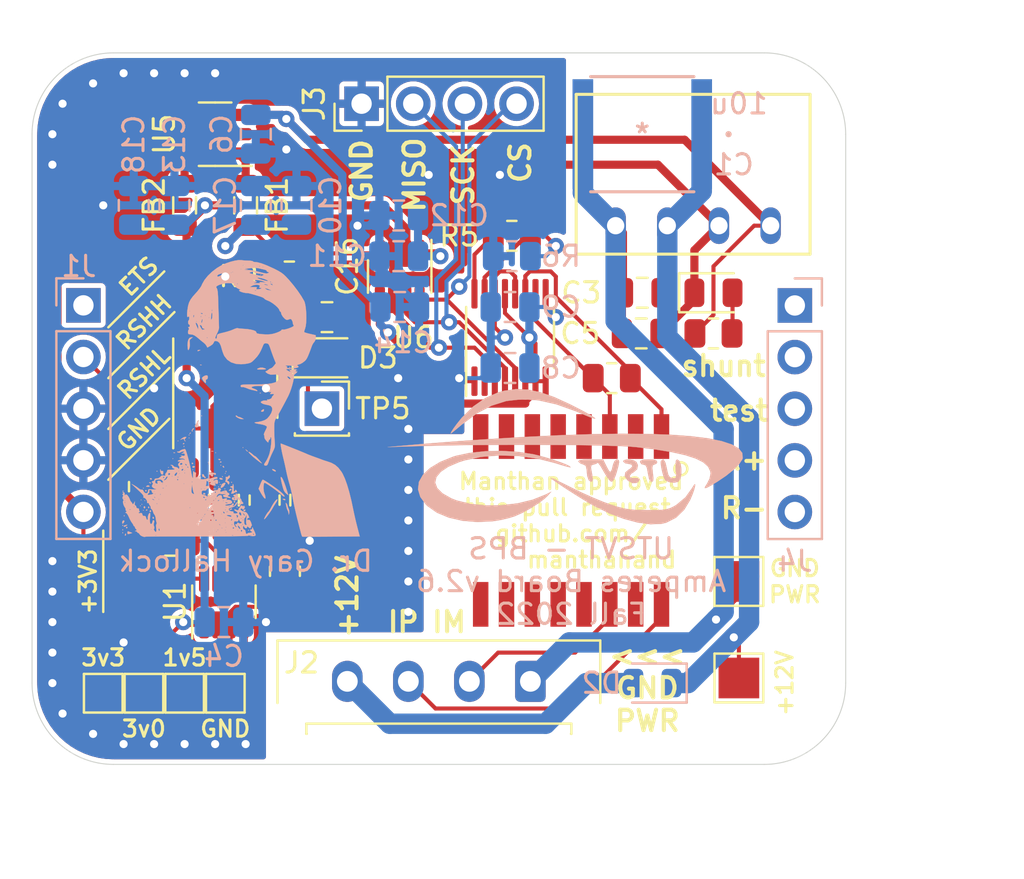
<source format=kicad_pcb>
(kicad_pcb (version 20211014) (generator pcbnew)
  (layers (0 "F.Cu" signal) (31 "B.Cu" signal) (34 "B.Paste" user) (35 "F.Paste" user) (36 "B.SilkS" user "B.Silkscreen") (37 "F.SilkS" user "F.Silkscreen") (38 "B.Mask" user) (39 "F.Mask" user) (44 "Edge.Cuts" user))
  (net 0 "")
  (net 1 "GNDPWR")
  (net 2 "+12V")
  (net 3 "GND")
  (net 4 "+3V3")
  (net 5 "/RSHH")
  (net 6 "Net-(J2-Pad3)")
  (net 7 "Net-(J2-Pad2)")
  (net 8 "/IM")
  (net 9 "/IP")
  (net 10 "Net-(R5-Pad2)")
  (net 11 "Net-(R5-Pad1)")
  (net 12 "/SCK")
  (net 13 "/CS")
  (net 14 "/MISO")
  (net 15 "+3V0")
  (net 16 "+1V5")
  (net 17 "Net-(C7-Pad1)")
  (net 18 "Net-(R7-Pad2)")
  (net 19 "Net-(C15-Pad2)")
  (net 20 "Net-(C15-Pad1)")
  (net 21 "/RSHL")
  (net 22 "Net-(C16-Pad1)")
  (net 23 "Net-(R9-Pad1)")
  (net 24 "/ETS")
  (net 26 "/MOSI")
  (net 35 "Net-(D1-Pad2)")
  (net 36 "Net-(FB1-Pad1)")
  (net 37 "Net-(FB2-Pad1)")
  (net 38 "/+12V_In")
  (net 39 "Net-(J1-Pad2)")
  (footprint "Resistor_SMD:R_0805_2012Metric" (layer "F.Cu") (at 126.4325 117 90)
    (fp_text reference "R8" hide)
    (fp_text value "10k")
  )
  (footprint "Resistor_SMD:R_0805_2012Metric" (layer "F.Cu") (at 127.4325 120.5 -90)
    (fp_text reference "R7" hide)
    (fp_text value "10k")
  )
  (footprint "Inductor_SMD:L_0805_2012Metric" (layer "F.Cu") (at 125.5 102.5 -90)
    (fp_text reference "FB1")
    (fp_text value "FerriteBead_Small")
  )
  (footprint "Package_SO:SOIC-8_3.9x4.9mm_P1.27mm" (layer "F.Cu") (at 124.5 111 90)
    (fp_text reference "U7" hide)
    (fp_text value "OPA2196")
  )
  (footprint "TestPoint:TestPoint_Pad_1.5x1.5mm" (layer "F.Cu") (at 122.5 126.5)
    (fp_text reference "TP6" hide)
    (fp_text value "+1V5_TP")
  )
  (footprint "Resistor_SMD:R_0805_2012Metric" (layer "F.Cu") (at 143.5 111 180)
    (fp_text reference "R4" hide)
    (fp_text value "120")
  )
  (footprint "TestPoint:TestPoint_Pad_2.0x2.0mm" (layer "F.Cu") (at 149.75 125.75)
    (fp_text reference "TP1" hide)
    (fp_text value "+12V_TP")
  )
  (footprint "Capacitor_SMD:C_0805_2012Metric" (layer "F.Cu") (at 145 106.8 180)
    (fp_text reference "C3")
    (fp_text value "1n")
  )
  (footprint "Inductor_SMD:L_0805_2012Metric" (layer "F.Cu") (at 122.5 102.5 -90)
    (fp_text reference "FB2")
    (fp_text value "FerriteBead_Small")
  )
  (footprint "Resistor_SMD:R_0805_2012Metric" (layer "F.Cu") (at 122.5 116.3375 90)
    (fp_text reference "R1" hide)
    (fp_text value "1.2k")
  )
  (footprint "Connector_Molex:Molex_Micro-Fit_3.0_43650-0415_1x04_P3.00mm_Vertical" (layer "F.Cu") (at 139.5 125.915 180)
    (fp_text reference "J2")
    (fp_text value "LeaderConn")
  )
  (footprint "Resistor_SMD:R_0805_2012Metric" (layer "F.Cu") (at 138.5875 104 180)
    (fp_text reference "R5")
    (fp_text value "806")
  )
  (footprint "TestPoint:TestPoint_Pad_2.0x2.0mm" (layer "F.Cu") (at 149.75 121)
    (fp_text reference "TP2" hide)
    (fp_text value "GNDPWR_TP")
  )
  (footprint "TestPoint:TestPoint_Pad_1.5x1.5mm" (layer "F.Cu") (at 124.5 126.5)
    (fp_text reference "TP4" hide)
    (fp_text value "GND_TP")
  )
  (footprint "Package_TO_SOT_SMD:SOT-23-8" (layer "F.Cu") (at 124.4325 122 90)
    (fp_text reference "U1")
    (fp_text value "INA186A3IDDFT ")
  )
  (footprint "UTSVT_ICs:RI3_DC_Converter" (layer "F.Cu") (at 147.5 103.5)
    (fp_text reference "U2" hide)
    (fp_text value "RO-123.3S_HP")
  )
  (footprint "Package_TO_SOT_SMD:SOT-23-8" (layer "F.Cu") (at 133.075 106 -90)
    (fp_text reference "U6")
    (fp_text value "LTC2315")
  )
  (footprint "Capacitor_SMD:C_0805_2012Metric" (layer "F.Cu") (at 144.95 108.8)
    (fp_text reference "C5")
    (fp_text value "2.2n")
  )
  (footprint "TestPoint:TestPoint_Pad_1.5x1.5mm" (layer "F.Cu") (at 120.5 126.5)
    (fp_text reference "TP7" hide)
    (fp_text value "+3V0_TP")
  )
  (footprint "Capacitor_SMD:C_0805_2012Metric" (layer "F.Cu") (at 124.4325 117 90)
    (fp_text reference "C15" hide)
    (fp_text value "1uF")
  )
  (footprint "Connector_PinHeader_2.54mm:PinHeader_1x04_P2.54mm_Vertical" (layer "F.Cu") (at 131.2 97.5 90)
    (fp_text reference "J3")
    (fp_text value "Conn_01x04")
  )
  (footprint "Capacitor_SMD:C_0805_2012Metric" (layer "F.Cu") (at 121.8 119 180)
    (fp_text reference "C2" hide)
    (fp_text value "2.2uF")
  )
  (footprint "Resistor_SMD:R_0805_2012Metric" (layer "F.Cu") (at 120.5 116.3375 90)
    (fp_text reference "R3" hide)
    (fp_text value "1.2k")
  )
  (footprint "LED_SMD:LED_0805_2012Metric" (layer "F.Cu") (at 148.5 106.8)
    (fp_text reference "D1" hide)
    (fp_text value "PowerOn")
  )
  (footprint "Package_SO:MSOP-16_3x4mm_P0.5mm" (layer "F.Cu") (at 138.5 109 90)
    (fp_text reference "U3" hide)
    (fp_text value "LTC6820")
  )
  (footprint "UTSVT_Passive:HXXXX" (layer "F.Cu") (at 141.5 118 180)
    (fp_text reference "U4" hide)
    (fp_text value "HX1188FNL" hide)
  )
  (footprint "Resistor_SMD:R_0805_2012Metric" (layer "F.Cu") (at 148.5 108.8)
    (fp_text reference "R2" hide)
    (fp_text value "1.5k")
  )
  (footprint "Package_TO_SOT_SMD:SOT-23-5" (layer "F.Cu") (at 124 99 180)
    (fp_text reference "U5")
    (fp_text value "REF1930AIDDCT")
  )
  (footprint "Connector_PinSocket_2.54mm:PinSocket_1x01_P2.54mm_Vertical" (layer "F.Cu") (at 129.25 112.5)
    (fp_text reference "TP5")
    (fp_text value "Ain_TP")
  )
  (footprint "TestPoint:TestPoint_Pad_1.5x1.5mm" (layer "F.Cu") (at 118.5 126.5)
    (fp_text reference "TP3" hide)
    (fp_text value "+3.3V_TP")
  )
  (footprint "Resistor_SMD:R_0805_2012Metric" (layer "F.Cu") (at 127.65 106)
    (fp_text reference "R9")
    (fp_text value "50")
  )
  (footprint "Capacitor_SMD:C_0805_2012Metric" (layer "F.Cu") (at 129.5 108)
    (fp_text reference "C16")
    (fp_text value "47pF")
  )
  (footprint "Diode_SMD:D_0805_2012Metric" (layer "F.Cu") (at 129.5 110)
    (fp_text reference "D3")
    (fp_text value "3.0V±0.05")
  )
  (footprint "Capacitor_SMD:C_0805_2012Metric" (layer "F.Cu") (at 128.4325 117 -90)
    (fp_text reference "C7" hide)
    (fp_text value "470nF")
  )
  (footprint "UTSVT_Special:Hallock_Image_Tiny" (layer "B.Cu") (at 125.75 111.819857 180)
    (fp_text reference "LOGO1" hide)
    (fp_text value "Dr Hallock" hide)
  )
  (footprint "UTSVT_Special:UTSVT_Logo_Symbol" (layer "B.Cu") (at 141.5 115 180)
    (fp_text reference "LOGO2" hide)
    (fp_text value "UTSVT Logo" hide)
  )
  (footprint "Capacitor_SMD:C_0805_2012Metric" (layer "B.Cu") (at 133.025 105 180)
    (fp_text reference "C11")
    (fp_text value "2.2uF")
  )
  (footprint "Capacitor_SMD:C_0805_2012Metric" (layer "B.Cu") (at 138.5 107.5 180)
    (fp_text reference "C9")
    (fp_text value "0.1u")
  )
  (footprint "UTSVT_Passive:C_2220_5750Metrix" (layer "B.Cu") (at 145 99 180)
    (fp_text reference "C1")
    (fp_text value "10u")
  )
  (footprint "Resistor_SMD:R_0805_2012Metric" (layer "B.Cu") (at 138.5875 105)
    (fp_text reference "R6")
    (fp_text value "1.21k")
  )
  (footprint "Capacitor_SMD:C_0805_2012Metric" (layer "B.Cu") (at 126 102.5 90)
    (fp_text reference "C17")
    (fp_text value "100nF")
  )
  (footprint "Capacitor_SMD:C_0805_2012Metric" (layer "B.Cu") (at 138.5 110.5 180)
    (fp_text reference "C8")
    (fp_text value "0.1u")
  )
  (footprint "Diode_SMD:D_0805_2012Metric" (layer "B.Cu") (at 145.5 126 180)
    (fp_text reference "D2")
    (fp_text value "D_Schottky")
  )
  (footprint "Capacitor_SMD:C_0805_2012Metric" (layer "B.Cu") (at 124.4325 123)
    (fp_text reference "C4")
    (fp_text value "1uF")
  )
  (footprint "Capacitor_SMD:C_0805_2012Metric" (layer "B.Cu") (at 133.075 107.5 180)
    (fp_text reference "C14")
    (fp_text value "2.2uF")
  )
  (footprint "Capacitor_SMD:C_0805_2012Metric" (layer "B.Cu") (at 133.025 103 180)
    (fp_text reference "C12")
    (fp_text value "2.2uF")
  )
  (footprint "Connector_PinSocket_2.54mm:PinSocket_1x05_P2.54mm_Vertical" (layer "B.Cu") (at 117.525 107.42 180)
    (fp_text reference "J1")
    (fp_text value "ShuntConn")
  )
  (footprint "Capacitor_SMD:C_0805_2012Metric" (layer "B.Cu") (at 128 102.5 90)
    (fp_text reference "C10")
    (fp_text value "1uF")
  )
  (footprint "Capacitor_SMD:C_0805_2012Metric" (layer "B.Cu") (at 120 102.5 90)
    (fp_text reference "C18")
    (fp_text value "1uF")
  )
  (footprint "Capacitor_SMD:C_0805_2012Metric" (layer "B.Cu") (at 126 99 -90)
    (fp_text reference "C6")
    (fp_text value "100nF")
  )
  (footprint "Connector_PinHeader_2.54mm:PinHeader_1x05_P2.54mm_Vertical" (layer "B.Cu") (at 152.5 107.425 180)
    (fp_text reference "J4")
    (fp_text value "Conn_01x05")
  )
  (footprint "Capacitor_SMD:C_0805_2012Metric" (layer "B.Cu") (at 122 102.5 90)
    (fp_text reference "C13")
    (fp_text value "100nF")
  )
  (gr_line (start 118.75 116) (end 121.75 113) (layer "F.SilkS") (width 0.12))
  (gr_line (start 118.75 113.5) (end 121.75 110.5) (layer "F.SilkS") (width 0.12))
  (gr_line (start 118.5 122.5) (end 118.5 118.5) (layer "F.SilkS") (width 0.12))
  (gr_line (start 118.75 108.5) (end 121.5 105.75) (layer "F.SilkS") (width 0.12))
  (gr_line (start 118.75 111) (end 122 107.75) (layer "F.SilkS") (width 0.12))
  (gr_line (start 155 99) (end 155 126) (layer "Edge.Cuts") (width 0.05))
  (gr_arc (start 155 126) (mid 153.828427 128.828427) (end 151 130) (layer "Edge.Cuts") (width 0.05))
  (gr_arc (start 115 99) (mid 116.171573 96.171573) (end 119 95) (layer "Edge.Cuts") (width 0.05))
  (gr_line (start 119 95) (end 151 95) (layer "Edge.Cuts") (width 0.05))
  (gr_arc (start 151 95) (mid 153.828427 96.171573) (end 155 99) (layer "Edge.Cuts") (width 0.05))
  (gr_line (start 151 130) (end 119 130) (layer "Edge.Cuts") (width 0.05))
  (gr_line (start 115 126) (end 115 99) (layer "Edge.Cuts") (width 0.05))
  (gr_arc (start 119 130) (mid 116.171573 128.828427) (end 115 126) (layer "Edge.Cuts") (width 0.05))
  (gr_text "UTSVT - BPS\nAmperes Board v2.6\nFall 2022" (at 141.5 121) (layer "B.SilkS") (effects (font (size 1 1)) (justify mirror)))
  (gr_text "Dr. Gary Hallock" (at 125.5 120) (layer "B.SilkS") (effects (font (size 1 1)) (justify mirror)))
  (gr_text "test" (at 149.75 112.6) (layer "F.SilkS") (effects (font (size 1 1) (thickness 0.2))))
  (gr_text "MISO" (at 133.8 101 90) (layer "F.SilkS") (effects (font (size 1 1) (thickness 0.2))))
  (gr_text "3v3\n" (at 118.5 124.75) (layer "F.SilkS") (effects (font (size 0.8 0.8))))
  (gr_text "CS" (at 139 100.4 90) (layer "F.SilkS") (effects (font (size 1 1) (thickness 0.2))))
  (gr_text "+12V" (at 152 126 90) (layer "F.SilkS") (effects (font (size 0.8 0.8))))
  (gr_text "IP" (at 133.25 123) (layer "F.SilkS") (effects (font (size 1 1) (thickness 0.2))))
  (gr_text "shunt\n" (at 149 110.4) (layer "F.SilkS") (effects (font (size 1 1) (thickness 0.2))))
  (gr_text "R-" (at 150 117.4) (layer "F.SilkS") (effects (font (size 1 1) (thickness 0.2))))
  (gr_text "ETS" (at 120.25 106 45) (layer "F.SilkS") (effects (font (size 0.8 0.8))))
  (gr_text "Manthan approved\nthis pull request.\ngithub.com/\n	manthanand" (at 141.5 118) (layer "F.SilkS") (effects (font (size 0.8 0.8))))
  (gr_text "GND" (at 124.5 128.25) (layer "F.SilkS") (effects (font (size 0.8 0.8))))
  (gr_text "GND" (at 120.25 113.5 45) (layer "F.SilkS") (effects (font (size 0.8 0.8))))
  (gr_text "GND" (at 131.2 100.8 90) (layer "F.SilkS") (effects (font (size 1 1) (thickness 0.2))))
  (gr_text "IM" (at 135.5 123) (layer "F.SilkS") (effects (font (size 1 1) (thickness 0.2))))
  (gr_text "RSHL" (at 120.5 110.75 45) (layer "F.SilkS") (effects (font (size 0.8 0.8))))
  (gr_text "GND\nPWR" (at 152.5 121) (layer "F.SilkS") (effects (font (size 0.8 0.8))))
  (gr_text "3v0" (at 120.5 128.25) (layer "F.SilkS") (effects (font (size 0.8 0.8))))
  (gr_text "1v5" (at 122.5 124.75) (layer "F.SilkS") (effects (font (size 0.8 0.8))))
  (gr_text "<<<\nGND\nPWR" (at 145.25 126.25) (layer "F.SilkS") (effects (font (size 1 1) (thickness 0.2))))
  (gr_text "RSHH" (at 120.5 108.25 45) (layer "F.SilkS") (effects (font (size 0.8 0.8))))
  (gr_text "SCK" (at 136.2 101 90) (layer "F.SilkS") (effects (font (size 1 1) (thickness 0.2))))
  (gr_text "R+" (at 150 115) (layer "F.SilkS") (effects (font (size 1 1) (thickness 0.2))))
  (gr_text "+12V" (at 130.5 121.75 90) (layer "F.SilkS") (effects (font (size 1 1) (thickness 0.2))))
  (gr_text "+3V3" (at 117.75 121 90) (layer "F.SilkS") (effects (font (size 0.8 0.8))))
  (segment (start 144.05 103.86) (end 143.69 103.5) (width 0.4) (layer "F.Cu") (net 1))
  (segment (start 144 106.85) (end 144.05 106.8) (width 0.4) (layer "F.Cu") (net 1))
  (segment (start 149.75 121) (end 149.75 121.75) (width 0.2) (layer "F.Cu") (net 1))
  (segment (start 144.05 106.8) (end 144.05 103.86) (width 0.4) (layer "F.Cu") (net 1))
  (segment (start 149.75 121.75) (end 148.625 122.875) (width 0.2) (layer "F.Cu") (net 1))
  (segment (start 144 108.8) (end 144 106.85) (width 0.4) (layer "F.Cu") (net 1))
  (via (at 148.625 122.875) (size 0.8) (drill 0.4) (layers "F.Cu" "B.Cu") (net 1))
  (segment (start 142.079 101.889) (end 142.079 99) (width 1) (layer "B.Cu") (net 1))
  (segment (start 141.415 124) (end 147.5 124) (width 1) (layer "B.Cu") (net 1))
  (segment (start 148.625 122.875) (end 149 122.5) (width 1) (layer "B.Cu") (net 1))
  (segment (start 149 113.5) (end 143.69 108.19) (width 1) (layer "B.Cu") (net 1))
  (segment (start 147.5 124) (end 148.625 122.875) (width 1) (layer "B.Cu") (net 1))
  (segment (start 149 120.75) (end 149 113.5) (width 1) (layer "B.Cu") (net 1))
  (segment (start 149 122.5) (end 149 120.75) (width 1) (layer "B.Cu") (net 1))
  (segment (start 143.69 108.19) (end 143.69 103.5) (width 1) (layer "B.Cu") (net 1))
  (segment (start 139.5 125.915) (end 141.415 124) (width 1) (layer "B.Cu") (net 1))
  (segment (start 143.69 103.5) (end 142.079 101.889) (width 1) (layer "B.Cu") (net 1))
  (segment (start 149.75 124) (end 149.5 123.75) (width 0.2) (layer "F.Cu") (net 2))
  (segment (start 145.95 106.8) (end 145.95 103.78) (width 0.4) (layer "F.Cu") (net 2))
  (segment (start 145.95 103.78) (end 146.23 103.5) (width 0.4) (layer "F.Cu") (net 2))
  (segment (start 149.75 125.75) (end 149.75 124) (width 0.2) (layer "F.Cu") (net 2))
  (via (at 149.5 123.75) (size 0.8) (drill 0.4) (layers "F.Cu" "B.Cu") (net 2))
  (segment (start 150.25 113) (end 146.23 108.98) (width 1) (layer "B.Cu") (net 2))
  (segment (start 146.23 103.5) (end 147.921 101.809) (width 1) (layer "B.Cu") (net 2))
  (segment (start 146.23 108.98) (end 146.23 103.5) (width 1) (layer "B.Cu") (net 2))
  (segment (start 147.25 126) (end 149.5 123.75) (width 1) (layer "B.Cu") (net 2))
  (segment (start 149.5 123.75) (end 150.25 123) (width 1) (layer "B.Cu") (net 2))
  (segment (start 147.921 101.809) (end 147.921 99) (width 1) (layer "B.Cu") (net 2))
  (segment (start 150.25 120.75) (end 150.25 113) (width 1) (layer "B.Cu") (net 2))
  (segment (start 146.4375 126) (end 147.25 126) (width 1) (layer "B.Cu") (net 2))
  (segment (start 150.25 123) (end 150.25 120.75) (width 1) (layer "B.Cu") (net 2))
  (segment (start 138.5 105.75) (end 138.75 106) (width 0.2) (layer "F.Cu") (net 3))
  (segment (start 136.15 111.15) (end 136 111) (width 0.2) (layer "F.Cu") (net 3))
  (segment (start 125.1375 99) (end 126.75 99) (width 0.4) (layer "F.Cu") (net 3))
  (segment (start 126.75 99) (end 127.5 99.75) (width 0.4) (layer "F.Cu") (net 3))
  (segment (start 147.5625 104.7075) (end 148.77 103.5) (width 0.4) (layer "F.Cu") (net 3))
  (segment (start 137.75 106.85) (end 137.75 106) (width 0.2) (layer "F.Cu") (net 3))
  (segment (start 137.75 108.5) (end 138.25 109) (width 0.2) (layer "F.Cu") (net 3))
  (segment (start 136.75 111.15) (end 136.15 111.15) (width 0.2) (layer "F.Cu") (net 3))
  (segment (start 148.77 103.5) (end 145.77 100.5) (width 0.4) (layer "F.Cu") (net 3))
  (segment (start 126.3625 123.1375) (end 126.5 123) (width 0.2) (layer "F.Cu") (net 3))
  (segment (start 132.75 104.8625) (end 132.75 104.210775) (width 0.4) (layer "F.Cu") (net 3))
  (segment (start 132.75 104.210775) (end 132.039225 103.5) (width 0.4) (layer "F.Cu") (net 3))
  (segment (start 137.75 106.85) (end 137.75 108.5) (width 0.2) (layer "F.Cu") (net 3))
  (segment (start 138.75 106) (end 138.75 106.85) (width 0.2) (layer "F.Cu") (net 3))
  (segment (start 147.5625 107.1375) (end 145.9 108.8) (width 0.4) (layer "F.Cu") (net 3))
  (segment (start 132.039225 103.5) (end 131 103.5) (width 0.4) (layer "F.Cu") (net 3))
  (segment (start 145.77 100.5) (end 140.5 100.5) (width 0.4) (layer "F.Cu") (net 3))
  (segment (start 125.4075 123.1375) (end 126.3625 123.1375) (width 0.2) (layer "F.Cu") (net 3))
  (segment (start 138 105.75) (end 138.5 105.75) (width 0.2) (layer "F.Cu") (net 3))
  (segment (start 147.5625 104.7075) (end 147.5625 106.8) (width 0.4) (layer "F.Cu") (net 3))
  (segment (start 137.75 106) (end 138 105.75) (width 0.2) (layer "F.Cu") (net 3))
  (segment (start 147.5625 106.8) (end 147.5625 107.1375) (width 0.4) (layer "F.Cu") (net 3))
  (via (at 121 129) (size 0.8) (drill 0.4) (layers "F.Cu" "B.Cu") (net 3))
  (via (at 121 96) (size 0.8) (drill 0.4) (layers "F.Cu" "B.Cu") (net 3))
  (via (at 133.5 116.5) (size 0.8) (drill 0.4) (layers "F.Cu" "B.Cu") (net 3))
  (via (at 119.5 96) (size 0.8) (drill 0.4) (layers "F.Cu" "B.Cu") (net 3))
  (via (at 125.5 129) (size 0.8) (drill 0.4) (layers "F.Cu" "B.Cu") (net 3))
  (via (at 133.5 122.5) (size 0.8) (drill 0.4) (layers "F.Cu" "B.Cu") (net 3))
  (via (at 134.5 101) (size 0.8) (drill 0.4) (layers "F.Cu" "B.Cu") (net 3))
  (via (at 133.5 119.5) (size 0.8) (drill 0.4) (layers "F.Cu" "B.Cu") (net 3))
  (via (at 133.5 118) (size 0.8) (drill 0.4) (layers "F.Cu" "B.Cu") (net 3))
  (via (at 119.5 124) (size 0.8) (drill 0.4) (layers "F.Cu" "B.Cu") (net 3))
  (via (at 116 126) (size 0.8) (drill 0.4) (layers "F.Cu" "B.Cu") (net 3))
  (via (at 116 124.5) (size 0.8) (drill 0.4) (layers "F.Cu" "B.Cu") (net 3))
  (via (at 116.5 97.5) (size 0.8) (drill 0.4) (layers "F.Cu" "B.Cu") (net 3))
  (via (at 133 111) (size 0.8) (drill 0.4) (layers "F.Cu" "B.Cu") (net 3))
  (via (at 119.5 129) (size 0.8) (drill 0.4) (layers "F.Cu" "B.Cu") (net 3))
  (via (at 124 129) (size 0.8) (drill 0.4) (layers "F.Cu" "B.Cu") (net 3))
  (via (at 116 123) (size 0.8) (drill 0.4) (layers "F.Cu" "B.Cu") (net 3))
  (via (at 127.5 99.75) (size 0.8) (drill 0.4) (layers "F.Cu" "B.Cu") (net 3))
  (via (at 118 96.5) (size 0.8) (drill 0.4) (layers "F.Cu" "B.Cu") (net 3))
  (via (at 138 101) (size 0.8) (drill 0.4) (layers "F.Cu" "B.Cu") (net 3))
  (via (at 133.5 113.5) (size 0.8) (drill 0.4) (layers "F.Cu" "B.Cu") (net 3))
  (via (at 122.5 129) (size 0.8) (drill 0.4) (layers "F.Cu" "B.Cu") (net 3))
  (via (at 131 103.5) (size 0.8) (drill 0.4) (layers "F.Cu" "B.Cu") (net 3))
  (via (at 118 128.5) (size 0.8) (drill 0.4) (layers "F.Cu" "B.Cu") (net 3))
  (via (at 122.5 96) (size 0.8) (drill 0.4) (layers "F.Cu" "B.Cu") (net 3))
  (via (at 138.25 109) (size 0.8) (drill 0.4) (layers "F.Cu" "B.Cu") (net 3))
  (via (at 118.5 102.5) (size 0.8) (drill 0.4) (layers "F.Cu" "B.Cu") (net 3))
  (via (at 116 120) (size 0.8) (drill 0.4) (layers "F.Cu" "B.Cu") (net 3))
  (via (at 124 96) (size 0.8) (drill 0.4) (layers "F.Cu" "B.Cu") (net 3))
  (via (at 128.65 119) (size 0.8) (drill 0.4) (layers "F.Cu" "B.Cu") (net 3))
  (via (at 126.5 111.5) (size 0.8) (drill 0.4) (layers "F.Cu" "B.Cu") (net 3))
  (via (at 133.5 121) (size 0.8) (drill 0.4) (layers "F.Cu" "B.Cu") (net 3))
  (via (at 133.5 115) (size 0.8) (drill 0.4) (layers "F.Cu" "B.Cu") (net 3))
  (via (at 116.5 127.5) (size 0.8) (drill 0.4) (layers "F.Cu" "B.Cu") (net 3))
  (via (at 121 111.5) (size 0.8) (drill 0.4) (layers "F.Cu" "B.Cu") (net 3))
  (via (at 116 100.5) (size 0.8) (drill 0.4) (layers "F.Cu" "B.Cu") (net 3))
  (via (at 126.5 123) (size 0.8) (drill 0.4) (layers "F.Cu" "B.Cu") (net 3))
  (via (at 116 121.5) (size 0.8) (drill 0.4) (layers "F.Cu" "B.Cu") (net 3))
  (via (at 136 111) (size 0.8) (drill 0.4) (layers "F.Cu" "B.Cu") (net 3))
  (via (at 116 99) (size 0.8) (drill 0.4) (layers "F.Cu" "B.Cu") (net 3))
  (via (at 124.5 106) (size 0.8) (drill 0.4) (layers "F.Cu" "B.Cu") (net 3))
  (segment (start 132.075 105.55) (end 134.025 107.5) (width 0.4) (layer "B.Cu") (net 3))
  (segment (start 137.675 105) (end 137.675 107.375) (width 0.4) (layer "B.Cu") (net 3))
  (segment (start 131 103.5) (end 131.575 103.5) (width 0.4) (layer "B.Cu") (net 3))
  (segment (start 132.075 103) (end 132.075 105) (width 0.4) (layer "B.Cu") (net 3))
  (segment (start 126.5 123) (end 125.3825 123) (width 0.2) (layer "B.Cu") (net 3))
  (segment (start 137.6 109) (end 137.55 108.95) (width 0.2) (layer "B.Cu") (net 3))
  (segment (start 138.25 109) (end 137.6 109) (width 0.2) (layer "B.Cu") (net 3))
  (segment (start 137.675 107.375) (end 137.55 107.5) (width 0.4) (layer "B.Cu") (net 3))
  (segment (start 136 111) (end 137.05 111) (width 0.2) (layer "B.Cu") (net 3))
  (segment (start 137.05 111) (end 137.55 110.5) (width 0.2) (layer "B.Cu") (net 3))
  (segment (start 137.55 107.5) (end 137.55 108.95) (width 0.4) (layer "B.Cu") (net 3))
  (segment (start 120 101.55) (end 122 101.55) (width 0.4) (layer "B.Cu") (net 3))
  (segment (start 132.075 105) (end 132.075 105.55) (width 0.4) (layer "B.Cu") (net 3))
  (segment (start 127.5 99.75) (end 126.2 99.75) (width 0.4) (layer "B.Cu") (net 3))
  (segment (start 137.55 108.95) (end 137.55 110.5) (width 0.4) (layer "B.Cu") (net 3))
  (segment (start 128 101.55) (end 126 101.55) (width 0.4) (layer "B.Cu") (net 3))
  (segment (start 131.575 103.5) (end 132.075 103) (width 0.4) (layer "B.Cu") (net 3))
  (segment (start 126.2 99.75) (end 126 99.95) (width 0.4) (layer "B.Cu") (net 3))
  (segment (start 148.5 107.8875) (end 147.5875 108.8) (width 0.2) (layer "F.Cu") (net 4))
  (segment (start 147.083575 99.273575) (end 128.523575 99.273575) (width 0.4) (layer "F.Cu") (net 4))
  (segment (start 122.8625 98.05) (end 125.1375 98.05) (width 0.4) (layer "F.Cu") (net 4))
  (segment (start 125.1375 98.05) (end 127.3 98.05) (width 0.4) (layer "F.Cu") (net 4))
  (segment (start 151.31 103.5) (end 150.5 103.5) (width 0.2) (layer "F.Cu") (net 4))
  (segment (start 150.5 103.5) (end 148.5 105.5) (width 0.2) (layer "F.Cu") (net 4))
  (segment (start 148.5 105.5) (end 148.5 107.8875) (width 0.2) (layer "F.Cu") (net 4))
  (segment (start 117.525 117.58) (end 116.25 116.305) (width 0.4) (layer "F.Cu") (net 4))
  (segment (start 116.25 102.25) (end 120.45 98.05) (width 0.4) (layer "F.Cu") (net 4))
  (segment (start 139.75 111.15) (end 140.25 111.15) (width 0.2) (layer "F.Cu") (net 4))
  (segment (start 132.1 108.35) (end 132.5 108.75) (width 0.4) (layer "F.Cu") (net 4))
  (segment (start 116.25 116.305) (end 116.25 102.25) (width 0.4) (layer "F.Cu") (net 4))
  (segment (start 139.75 109.3) (end 139.75 111.15) (width 0.2) (layer "F.Cu") (net 4))
  (segment (start 117.525 125.525) (end 118.5 126.5) (width 0.2) (layer "F.Cu") (net 4))
  (segment (start 136 112.25) (end 132.5 108.75) (width 0.4) (layer "F.Cu") (net 4))
  (segment (start 120.45 98.05) (end 122.8625 98.05) (width 0.4) (layer "F.Cu") (net 4))
  (segment (start 140.25 107.5) (end 140.75 108) (width 0.2) (layer "F.Cu") (net 4))
  (segment (start 138.25 107.8) (end 138.25 106.85) (width 0.2) (layer "F.Cu") (net 4))
  (segment (start 139.45 109) (end 138.25 107.8) (width 0.2) (layer "F.Cu") (net 4))
  (segment (start 127.3 98.05) (end 127.5 98.25) (width 0.4) (layer "F.Cu") (net 4))
  (segment (start 151.31 103.5) (end 147.083575 99.273575) (width 0.4) (layer "F.Cu") (net 4))
  (segment (start 140.25 106.85) (end 140.25 107.5) (width 0.2) (layer "F.Cu") (net 4))
  (segment (start 117.525 117.58) (end 117.525 125.525) (width 0.2) (layer "F.Cu") (net 4))
  (segment (start 139.25 112.25) (end 136 112.25) (width 0.4) (layer "F.Cu") (net 4))
  (segment (start 139.45 109) (end 139.75 109.3) (width 0.2) (layer "F.Cu") (net 4))
  (segment (start 139.75 111.75) (end 139.25 112.25) (width 0.2) (layer "F.Cu") (net 4))
  (segment (start 128.523575 99.273575) (end 127.5 98.25) (width 0.4) (layer "F.Cu") (net 4))
  (segment (start 139.25 111.15) (end 139.75 111.15) (width 0.2) (layer "F.Cu") (net 4))
  (segment (start 139.75 111.15) (end 139.75 111.75) (width 0.2) (layer "F.Cu") (net 4))
  (segment (start 132.1 107.1375) (end 132.1 108.35) (width 0.4) (layer "F.Cu") (net 4))
  (via (at 139.45 109) (size 0.8) (drill 0.4) (layers "F.Cu" "B.Cu") (net 4))
  (via (at 140.75 108) (size 0.8) (drill 0.4) (layers "F.Cu" "B.Cu") (net 4))
  (via (at 132.5 108.75) (size 0.8) (drill 0.4) (layers "F.Cu" "B.Cu") (net 4))
  (via (at 127.5 98.25) (size 0.8) (drill 0.4) (layers "F.Cu" "B.Cu") (net 4))
  (segment (start 139.45 109) (end 139.45 110.5) (width 0.4) (layer "B.Cu") (net 4))
  (segment (start 132.125 107.5) (end 130.273 105.648) (width 0.4) (layer "B.Cu") (net 4))
  (segment (start 132.125 108.375) (end 132.125 107.5) (width 0.4) (layer "B.Cu") (net 4))
  (segment (start 130.25 101.5) (end 130.25 101) (width 0.4) (layer "B.Cu") (net 4))
  (segment (start 130.273 101.523) (end 130.25 101.5) (width 0.4) (layer "B.Cu") (net 4))
  (segment (start 140.25 107.5) (end 139.45 107.5) (width 0.2) (layer "B.Cu") (net 4))
  (segment (start 139.45 107.5) (end 139.45 109) (width 0.4) (layer "B.Cu") (net 4))
  (segment (start 132.5 108.75) (end 132.125 108.375) (width 0.4) (layer "B.Cu") (net 4))
  (segment (start 130.273 105.648) (end 130.273 101.523) (width 0.4) (layer "B.Cu") (net 4))
  (segment (start 127.5 98.25) (end 127.3 98.05) (width 0.4) (layer "B.Cu") (net 4))
  (segment (start 140.75 108) (end 140.25 107.5) (width 0.2) (layer "B.Cu") (net 4))
  (segment (start 130.25 101) (end 127.5 98.25) (width 0.4) (layer "B.Cu") (net 4))
  (segment (start 127.3 98.05) (end 126 98.05) (width 0.4) (layer "B.Cu") (net 4))
  (segment (start 122.5 117.25) (end 122.5 118.75) (width 0.2) (layer "F.Cu") (net 5))
  (segment (start 124.1075 119.6075) (end 124.1075 120.8625) (width 0.2) (layer "F.Cu") (net 5))
  (segment (start 122.5 118.75) (end 122.75 119) (width 0.2) (layer "F.Cu") (net 5))
  (segment (start 123.5 119) (end 124.1075 119.6075) (width 0.2) (layer "F.Cu") (net 5))
  (segment (start 122.75 119) (end 123.5 119) (width 0.2) (layer "F.Cu") (net 5))
  (segment (start 134.835 127.25) (end 141.4865 127.25) (width 0.2) (layer "F.Cu") (net 6))
  (segment (start 145.945 122.7915) (end 145.945 122.1275) (width 0.2) (layer "F.Cu") (net 6))
  (segment (start 141.4865 127.25) (end 145.945 122.7915) (width 0.2) (layer "F.Cu") (net 6))
  (segment (start 133.5 125.915) (end 134.835 127.25) (width 0.2) (layer "F.Cu") (net 6))
  (segment (start 137.915 124.5) (end 141.6965 124.5) (width 0.2) (layer "F.Cu") (net 7))
  (segment (start 136.5 125.915) (end 137.915 124.5) (width 0.2) (layer "F.Cu") (net 7))
  (segment (start 141.6965 124.5) (end 143.405 122.7915) (width 0.2) (layer "F.Cu") (net 7))
  (segment (start 143.405 122.7915) (end 143.405 122.1275) (width 0.2) (layer "F.Cu") (net 7))
  (segment (start 143.405 111.8175) (end 142.5875 111) (width 0.2) (layer "F.Cu") (net 8))
  (segment (start 142.5875 111) (end 139.75 108.1625) (width 0.2) (layer "F.Cu") (net 8))
  (segment (start 139.75 108.1625) (end 139.75 106.85) (width 0.2) (layer "F.Cu") (net 8))
  (segment (start 143.405 113.8725) (end 143.405 111.8175) (width 0.2) (layer "F.Cu") (net 8))
  (segment (start 144.4125 111) (end 144.4125 110.6625) (width 0.2) (layer "F.Cu") (net 9))
  (segment (start 144.4125 111) (end 145.945 112.5325) (width 0.2) (layer "F.Cu") (net 9))
  (segment (start 144.4125 110.6625) (end 140.75 107) (width 0.2) (layer "F.Cu") (net 9))
  (segment (start 140.75 106) (end 140.5 105.75) (width 0.2) (layer "F.Cu") (net 9))
  (segment (start 140.75 107) (end 140.75 106) (width 0.2) (layer "F.Cu") (net 9))
  (segment (start 139.473954 105.75) (end 139.25 105.973954) (width 0.2) (layer "F.Cu") (net 9))
  (segment (start 145.945 112.5325) (end 145.945 113.8725) (width 0.2) (layer "F.Cu") (net 9))
  (segment (start 139.25 105.973954) (end 139.25 106.85) (width 0.2) (layer "F.Cu") (net 9))
  (segment (start 140.5 105.75) (end 139.473954 105.75) (width 0.2) (layer "F.Cu") (net 9))
  (segment (start 136.75 106.85) (end 136.75 104.925) (width 0.2) (layer "F.Cu") (net 10))
  (segment (start 136.75 104.925) (end 137.675 104) (width 0.2) (layer "F.Cu") (net 10))
  (segment (start 140.25 104) (end 140.75 104.5) (width 0.2) (layer "F.Cu") (net 11))
  (segment (start 137.25 106.85) (end 137.25 106.037552) (width 0.2) (layer "F.Cu") (net 11))
  (segment (start 139.5 104) (end 140.25 104) (width 0.2) (layer "F.Cu") (net 11))
  (segment (start 139.287552 104) (end 139.5 104) (width 0.2) (layer "F.Cu") (net 11))
  (segment (start 137.25 106.037552) (end 139.287552 104) (width 0.2) (layer "F.Cu") (net 11))
  (via (at 140.75 104.5) (size 0.8) (drill 0.4) (layers "F.Cu" "B.Cu") (net 11))
  (segment (start 140.25 105) (end 139.5 105) (width 0.2) (layer "B.Cu") (net 11))
  (segment (start 140.75 104.5) (end 140.25 105) (width 0.2) (layer "B.Cu") (net 11))
  (segment (start 135.5 108.25) (end 136.002092 108.25) (width 0.2) (layer "F.Cu") (net 12))
  (segment (start 136.002092 108.25) (end 138.25 110.497908) (width 0.2) (layer "F.Cu") (net 12))
  (segment (start 133.4 107.1375) (end 133.4 107.825) (width 0.2) (layer "F.Cu") (net 12))
  (segment (start 138.25 110.497908) (end 138.25 111.15) (width 0.2) (layer "F.Cu") (net 12))
  (segment (start 135.25 108.25) (end 135.5 108.25) (width 0.2) (layer "F.Cu") (net 12))
  (segment (start 133.825 108.25) (end 135.25 108.25) (width 0.2) (layer "F.Cu") (net 12))
  (segment (start 133.4 107.825) (end 133.825 108.25) (width 0.2) (layer "F.Cu") (net 12))
  (via (at 135.5 108.25) (size 0.8) (drill 0.4) (layers "F.Cu" "B.Cu") (net 12))
  (segment (start 135.373 106.240288) (end 136.173 105.440288) (width 0.2) (layer "B.Cu") (net 12))
  (segment (start 135.5 108.25) (end 135.373 108.123) (width 0.2) (layer "B.Cu") (net 12))
  (segment (start 136.173 105.440288) (end 136.173 97.607) (width 0.2) (layer "B.Cu") (net 12))
  (segment (start 135.373 108.123) (end 135.373 106.240288) (width 0.2) (layer "B.Cu") (net 12))
  (segment (start 136.173 97.607) (end 136.28 97.5) (width 0.2) (layer "B.Cu") (net 12))
  (segment (start 138.448 110.198) (end 138.450092 110.198) (width 0.2) (layer "F.Cu") (net 13))
  (segment (start 134.05 107.1375) (end 135.3625 107.1375) (width 0.2) (layer "F.Cu") (net 13))
  (segment (start 135.3625 107.1375) (end 136 106.5) (width 0.2) (layer "F.Cu") (net 13))
  (segment (start 135.3625 107.1375) (end 135.3875 107.1375) (width 0.2) (layer "F.Cu") (net 13))
  (segment (start 138.75 110.497908) (end 138.75 111.15) (width 0.2) (layer "F.Cu") (net 13))
  (segment (start 135.3875 107.1375) (end 138.448 110.198) (width 0.2) (layer "F.Cu") (net 13))
  (segment (start 138.450092 110.198) (end 138.75 110.497908) (width 0.2) (layer "F.Cu") (net 13))
  (via (at 136 106.5) (size 0.8) (drill 0.4) (layers "F.Cu" "B.Cu") (net 13))
  (segment (start 138.535 97.5) (end 138.82 97.5) (width 0.2) (layer "B.Cu") (net 13))
  (segment (start 136.5 99.535) (end 138.535 97.5) (width 0.2) (layer "B.Cu") (net 13))
  (segment (start 136 106.5) (end 136.5 106) (width 0.2) (layer "B.Cu") (net 13))
  (segment (start 136.5 106) (end 136.5 99.535) (width 0.2) (layer "B.Cu") (net 13))
  (segment (start 135.25 109.5) (end 136.752092 109.5) (width 0.2) (layer "F.Cu") (net 14))
  (segment (start 132.75 107.1375) (end 132.75 107.675) (width 0.2) (layer "F.Cu") (net 14))
  (segment (start 136.752092 109.5) (end 137.75 110.497908) (width 0.2) (layer "F.Cu") (net 14))
  (segment (start 134.575 109.5) (end 135 109.5) (width 0.2) (layer "F.Cu") (net 14))
  (segment (start 132.75 107.675) (end 134.575 109.5) (width 0.2) (layer "F.Cu") (net 14))
  (segment (start 135 109.5) (end 135.25 109.5) (width 0.2) (layer "F.Cu") (net 14))
  (segment (start 137.75 110.497908) (end 137.75 111.15) (width 0.2) (layer "F.Cu") (net 14))
  (via (at 135 109.5) (size 0.8) (drill 0.4) (layers "F.Cu" "B.Cu") (net 14))
  (segment (start 135 109.5) (end 134.873 109.373) (width 0.2) (layer "B.Cu") (net 14))
  (segment (start 135.846 99.606) (end 133.74 97.5) (width 0.2) (layer "B.Cu") (net 14))
  (segment (start 134.873 109.373) (end 134.873 106.127) (width 0.2) (layer "B.Cu") (net 14))
  (segment (start 134.873 106.127) (end 135.846 105.154) (width 0.2) (layer "B.Cu") (net 14))
  (segment (start 135.846 105.154) (end 135.846 99.606) (width 0.2) (layer "B.Cu") (net 14))
  (segment (start 123.5 102.5625) (end 122.5 103.5625) (width 0.4) (layer "F.Cu") (net 15))
  (segment (start 133.4 103.65) (end 133.4 104.8625) (width 0.4) (layer "F.Cu") (net 15))
  (segment (start 120.5 124.9325) (end 122.4325 123) (width 0.2) (layer "F.Cu") (net 15))
  (segment (start 122.6 108.53) (end 122.595 108.525) (width 0.4) (layer "F.Cu") (net 15))
  (segment (start 133.4 104.8625) (end 134.05 104.8625) (width 0.4) (layer "F.Cu") (net 15))
  (segment (start 120.5 126.5) (end 120.5 124.9325) (width 0.2) (layer "F.Cu") (net 15))
  (segment (start 122.595 103.6575) (end 122.595 108.525) (width 0.4) (layer "F.Cu") (net 15))
  (segment (start 123.5 102.5) (end 123.5 102.5625) (width 0.4) (layer "F.Cu") (net 15))
  (segment (start 134.9375 104.8625) (end 135.075 105) (width 0.4) (layer "F.Cu") (net 15))
  (segment (start 123.4575 123.1375) (end 122.57 123.1375) (width 0.2) (layer "F.Cu") (net 15))
  (segment (start 124.1075 123.1375) (end 123.4575 123.1375) (width 0.2) (layer "F.Cu") (net 15))
  (segment (start 122.5 103.5625) (end 122.595 103.6575) (width 0.4) (layer "F.Cu") (net 15))
  (segment (start 134.05 104.8625) (end 134.9375 104.8625) (width 0.4) (layer "F.Cu") (net 15))
  (segment (start 123.5 102.5) (end 132.25 102.5) (width 0.4) (layer "F.Cu") (net 15))
  (segment (start 122.57 123.1375) (end 122.4325 123) (width 0.2) (layer "F.Cu") (net 15))
  (segment (start 132.25 102.5) (end 133.4 103.65) (width 0.4) (layer "F.Cu") (net 15))
  (segment (start 122.6 111) (end 122.6 108.53) (width 0.4) (layer "F.Cu") (net 15))
  (via (at 122.4325 123) (size 0.8) (drill 0.4) (layers "F.Cu" "B.Cu") (net 15))
  (via (at 135.075 105) (size 0.8) (drill 0.4) (layers "F.Cu" "B.Cu") (net 15))
  (via (at 122.6 111) (size 0.8) (drill 0.4) (layers "F.Cu" "B.Cu") (net 15))
  (via (at 123.5 102.5) (size 0.8) (drill 0.4) (layers "F.Cu" "B.Cu") (net 15))
  (segment (start 123.4825 111.8825) (end 122.6 111) (width 0.4) (layer "B.Cu") (net 15))
  (segment (start 122.4325 123) (end 123.4825 123) (width 0.2) (layer "B.Cu") (net 15))
  (segment (start 123.4825 123) (end 123.4825 111.8825) (width 0.4) (layer "B.Cu") (net 15))
  (segment (start 133.975 103) (end 133.975 105) (width 0.4) (layer "B.Cu") (net 15))
  (segment (start 122 103.45) (end 122.55 103.45) (width 0.4) (layer "B.Cu") (net 15))
  (segment (start 120 103.45) (end 122 103.45) (width 0.4) (layer "B.Cu") (net 15))
  (segment (start 122.55 103.45) (end 123.5 102.5) (width 0.4) (layer "B.Cu") (net 15))
  (segment (start 135.075 105) (end 133.975 105) (width 0.4) (layer "B.Cu") (net 15))
  (segment (start 124.7575 124.2425) (end 122.5 126.5) (width 0.2) (layer "F.Cu") (net 16))
  (segment (start 125.5 103.5625) (end 125.4375 103.5625) (width 0.4) (layer "F.Cu") (net 16))
  (segment (start 125.68708 103.5625) (end 125.5 103.5625) (width 0.2) (layer "F.Cu") (net 16))
  (segment (start 124.7575 124.2425) (end 124.7575 123.1375) (width 0.2) (layer "F.Cu") (net 16))
  (segment (start 127.5 113.4) (end 127.5 105.37542) (width 0.2) (layer "F.Cu") (net 16))
  (segment (start 127.5 105.37542) (end 125.68708 103.5625) (width 0.2) (layer "F.Cu") (net 16))
  (segment (start 129.3845 115.2845) (end 127.5 113.4) (width 0.2) (layer "F.Cu") (net 16))
  (segment (start 125.002 122.248) (end 125.678303 122.248) (width 0.2) (layer "F.Cu") (net 16))
  (segment (start 125.678303 122.248) (end 125.680303 122.25) (width 0.2) (layer "F.Cu") (net 16))
  (segment (start 125.002 122.248) (end 124.7575 122.4925) (width 0.2) (layer "F.Cu") (net 16))
  (segment (start 128.3 122.25) (end 129.3845 121.1655) (width 0.2) (layer "F.Cu") (net 16))
  (segment (start 129.3845 121.1655) (end 129.3845 115.2845) (width 0.2) (layer "F.Cu") (net 16))
  (segment (start 125.4375 103.5625) (end 124.5 104.5) (width 0.4) (layer "F.Cu") (net 16))
  (segment (start 124.7575 123.1375) (end 124.7575 122.4925) (width 0.2) (layer "F.Cu") (net 16))
  (segment (start 125.680303 122.25) (end 128.3 122.25) (width 0.2) (layer "F.Cu") (net 16))
  (via (at 124.5 104.5) (size 0.8) (drill 0.4) (layers "F.Cu" "B.Cu") (net 16))
  (segment (start 126 103.45) (end 128 103.45) (width 0.4) (layer "B.Cu") (net 16))
  (segment (start 124.5 104.5) (end 125.55 103.45) (width 0.4) (layer "B.Cu") (net 16))
  (segment (start 125.55 103.45) (end 126 103.45) (width 0.4) (layer "B.Cu") (net 16))
  (segment (start 126.4325 116.0875) (end 128.395 116.0875) (width 0.2) (layer "F.Cu") (net 17))
  (segment (start 126.4325 116.0875) (end 125.135 114.79) (width 0.2) (layer "F.Cu") (net 17))
  (segment (start 128.395 116.0875) (end 128.4325 116.05) (width 0.2) (layer "F.Cu") (net 17))
  (segment (start 125.135 114.79) (end 125.135 113.475) (width 0.2) (layer "F.Cu") (net 17))
  (segment (start 125.9575 121.4125) (end 127.4325 121.4125) (width 0.2) (layer "F.Cu") (net 18))
  (segment (start 125.4075 120.8625) (end 125.9575 121.4125) (width 0.2) (layer "F.Cu") (net 18))
  (segment (start 123.865 112.385) (end 126.405 109.845) (width 0.2) (layer "F.Cu") (net 19))
  (segment (start 123.865 113.475) (end 123.865 112.385) (width 0.2) (layer "F.Cu") (net 19))
  (segment (start 122.595 113.475) (end 123.865 113.475) (width 0.2) (layer "F.Cu") (net 19))
  (segment (start 126.405 109.845) (end 126.405 108.525) (width 0.2) (layer "F.Cu") (net 19))
  (segment (start 124.4325 116.05) (end 123.865 115.4825) (width 0.2) (layer "F.Cu") (net 19))
  (segment (start 123.865 115.4825) (end 123.865 113.475) (width 0.2) (layer "F.Cu") (net 19))
  (segment (start 126.4325 117.9125) (end 126.4325 118.5875) (width 0.2) (layer "F.Cu") (net 20))
  (segment (start 124.4325 117.95) (end 126.395 117.95) (width 0.2) (layer "F.Cu") (net 20))
  (segment (start 126.395 117.95) (end 126.4325 117.9125) (width 0.2) (layer "F.Cu") (net 20))
  (segment (start 126.4325 118.5875) (end 127.4325 119.5875) (width 0.2) (layer "F.Cu") (net 20))
  (segment (start 120.85 119) (end 122.7125 120.8625) (width 0.2) (layer "F.Cu") (net 21))
  (segment (start 120.85 119) (end 120.5 118.65) (width 0.2) (layer "F.Cu") (net 21))
  (segment (start 122.7125 120.8625) (end 123.4575 120.8625) (width 0.2) (layer "F.Cu") (net 21))
  (segment (start 120.5 118.65) (end 120.5 117.25) (width 0.2) (layer "F.Cu") (net 21))
  (segment (start 128.55 108) (end 128.55 109.9875) (width 0.2) (layer "F.Cu") (net 22))
  (segment (start 128.5625 110) (end 128.5625 111.8125) (width 0.2) (layer "F.Cu") (net 22))
  (segment (start 128.55 106.6375) (end 128.55 108) (width 0.2) (layer "F.Cu") (net 22))
  (segment (start 128.5625 106) (end 129.7 104.8625) (width 0.2) (layer "F.Cu") (net 22))
  (segment (start 128.55 109.9875) (end 128.5625 110) (width 0.2) (layer "F.Cu") (net 22))
  (segment (start 129.7 104.8625) (end 132.1 104.8625) (width 0.2) (layer "F.Cu") (net 22))
  (segment (start 128.5625 111.8125) (end 129.25 112.5) (width 0.2) (layer "F.Cu") (net 22))
  (segment (start 123.865 108.525) (end 125.135 108.525) (width 0.2) (layer "F.Cu") (net 23))
  (segment (start 125.135 107.865) (end 126.7375 106.2625) (width 0.2) (layer "F.Cu") (net 23))
  (segment (start 126.7375 106.2625) (end 126.7375 106) (width 0.2) (layer "F.Cu") (net 23))
  (segment (start 125.135 108.525) (end 125.135 107.865) (width 0.2) (layer "F.Cu") (net 23))
  (segment (start 149.4375 106.8) (end 149.4375 108.775) (width 0.2) (layer "F.Cu") (net 35))
  (segment (start 149.4375 108.775) (end 149.4125 108.8) (width 0.2) (layer "F.Cu") (net 35))
  (segment (start 125.1375 99.95) (end 125.5 100.3125) (width 0.4) (layer "F.Cu") (net 36))
  (segment (start 125.5 100.3125) (end 125.5 101.4375) (width 0.4) (layer "F.Cu") (net 36))
  (segment (start 122.8625 99.95) (end 122.5 100.3125) (width 0.4) (layer "F.Cu") (net 37))
  (segment (start 122.5 100.3125) (end 122.5 101.4375) (width 0.4) (layer "F.Cu") (net 37))
  (segment (start 140.25 128) (end 142.25 126) (width 1) (layer "B.Cu") (net 38))
  (segment (start 130.5 125.915) (end 132.585 128) (width 1) (layer "B.Cu") (net 38))
  (segment (start 132.585 128) (end 140.25 128) (width 1) (layer "B.Cu") (net 38))
  (segment (start 142.25 126) (end 144.5625 126) (width 1) (layer "B.Cu") (net 38))
  (segment (start 122.5 115.425) (end 122.5 114.935) (width 0.2) (layer "F.Cu") (net 39))
  (segment (start 122.5 114.935) (end 117.525 109.96) (width 0.2) (layer "F.Cu") (net 39))
  (zone (net 3) (net_name "GND") (layers F&B.Cu) (connect_pads (clearance 0.25)) (min_thickness 0.25) (fill yes (thermal_gap 0.25) (thermal_bridge_width 0.4) (island_removal_mode 2) (island_area_min 4))
    (polygon (pts (xy 141.25 105.5) (xy 136.25 105.5) (xy 136.25 108) (xy 136.25 108.75) (xy 136.25 113.75) (xy 134.25 113.75) (xy 134.25 123.5) (xy 126.5 123.5) (xy 126.5 130) (xy 115 130) (xy 115 95) (xy 141.25 95)))
  )
)
</source>
